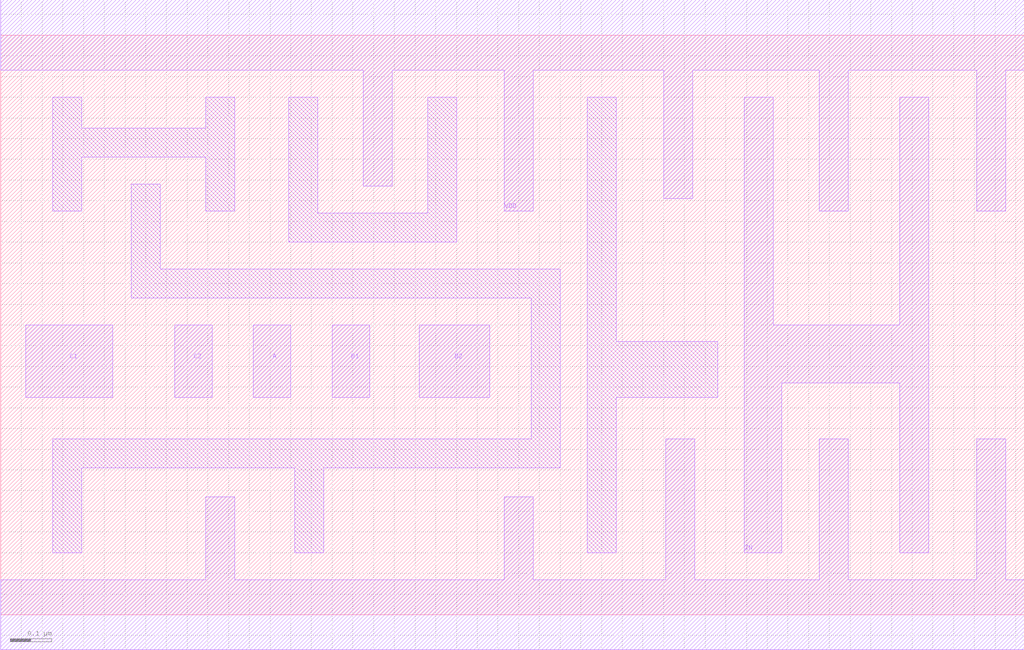
<source format=lef>
# 
# ******************************************************************************
# *                                                                            *
# *                   Copyright (C) 2004-2010, Nangate Inc.                    *
# *                           All rights reserved.                             *
# *                                                                            *
# * Nangate and the Nangate logo are trademarks of Nangate Inc.                *
# *                                                                            *
# * All trademarks, logos, software marks, and trade names (collectively the   *
# * "Marks") in this program are proprietary to Nangate or other respective    *
# * owners that have granted Nangate the right and license to use such Marks.  *
# * You are not permitted to use the Marks without the prior written consent   *
# * of Nangate or such third party that may own the Marks.                     *
# *                                                                            *
# * This file has been provided pursuant to a License Agreement containing     *
# * restrictions on its use. This file contains valuable trade secrets and     *
# * proprietary information of Nangate Inc., and is protected by U.S. and      *
# * international laws and/or treaties.                                        *
# *                                                                            *
# * The copyright notice(s) in this file does not indicate actual or intended  *
# * publication of this file.                                                  *
# *                                                                            *
# *     NGLibraryCreator, v2010.08-HR32-SP3-2010-08-05 - build 1009061800      *
# *                                                                            *
# ******************************************************************************
# 
# 
# Running on brazil06.nangate.com.br for user Giancarlo Franciscatto (gfr).
# Local time is now Fri, 3 Dec 2010, 19:32:18.
# Main process id is 27821.

VERSION 5.6 ;
BUSBITCHARS "[]" ;
DIVIDERCHAR "/" ;

MACRO AOI221_X4
  CLASS core ;
  FOREIGN AOI221_X4 0.0 0.0 ;
  ORIGIN 0 0 ;
  SYMMETRY X Y ;
  SITE FreePDK45_38x28_10R_NP_162NW_34O ;
  SIZE 2.47 BY 1.4 ;
  PIN A
    DIRECTION INPUT ;
    ANTENNAPARTIALMETALAREA 0.01575 LAYER metal1 ;
    ANTENNAPARTIALMETALSIDEAREA 0.0689 LAYER metal1 ;
    ANTENNAGATEAREA 0.05225 ;
    PORT
      LAYER metal1 ;
        POLYGON 0.61 0.525 0.7 0.525 0.7 0.7 0.61 0.7  ;
    END
  END A
  PIN B1
    DIRECTION INPUT ;
    ANTENNAPARTIALMETALAREA 0.01575 LAYER metal1 ;
    ANTENNAPARTIALMETALSIDEAREA 0.0689 LAYER metal1 ;
    ANTENNAGATEAREA 0.05225 ;
    PORT
      LAYER metal1 ;
        POLYGON 0.8 0.525 0.89 0.525 0.89 0.7 0.8 0.7  ;
    END
  END B1
  PIN B2
    DIRECTION INPUT ;
    ANTENNAPARTIALMETALAREA 0.02975 LAYER metal1 ;
    ANTENNAPARTIALMETALSIDEAREA 0.0897 LAYER metal1 ;
    ANTENNAGATEAREA 0.05225 ;
    PORT
      LAYER metal1 ;
        POLYGON 1.01 0.525 1.18 0.525 1.18 0.7 1.01 0.7  ;
    END
  END B2
  PIN C1
    DIRECTION INPUT ;
    ANTENNAPARTIALMETALAREA 0.03675 LAYER metal1 ;
    ANTENNAPARTIALMETALSIDEAREA 0.1001 LAYER metal1 ;
    ANTENNAGATEAREA 0.05225 ;
    PORT
      LAYER metal1 ;
        POLYGON 0.06 0.525 0.27 0.525 0.27 0.7 0.06 0.7  ;
    END
  END C1
  PIN C2
    DIRECTION INPUT ;
    ANTENNAPARTIALMETALAREA 0.01575 LAYER metal1 ;
    ANTENNAPARTIALMETALSIDEAREA 0.0689 LAYER metal1 ;
    ANTENNAGATEAREA 0.05225 ;
    PORT
      LAYER metal1 ;
        POLYGON 0.42 0.525 0.51 0.525 0.51 0.7 0.42 0.7  ;
    END
  END C2
  PIN ZN
    DIRECTION OUTPUT ;
    ANTENNAPARTIALMETALAREA 0.2049 LAYER metal1 ;
    ANTENNAPARTIALMETALSIDEAREA 0.6513 LAYER metal1 ;
    ANTENNADIFFAREA 0.2926 ;
    PORT
      LAYER metal1 ;
        POLYGON 1.795 0.15 1.885 0.15 1.885 0.56 2.17 0.56 2.17 0.15 2.24 0.15 2.24 1.25 2.17 1.25 2.17 0.7 1.865 0.7 1.865 1.25 1.795 1.25  ;
    END
  END ZN
  PIN VDD
    DIRECTION INOUT ;
    USE power ;
    SHAPE ABUTMENT ;
    PORT
      LAYER metal1 ;
        POLYGON 0 1.315 0.565 1.315 0.875 1.315 0.875 1.035 0.945 1.035 0.945 1.315 1.1 1.315 1.215 1.315 1.215 0.975 1.285 0.975 1.285 1.315 1.35 1.315 1.6 1.315 1.6 1.005 1.67 1.005 1.67 1.315 1.73 1.315 1.975 1.315 1.975 0.975 2.045 0.975 2.045 1.315 2.355 1.315 2.355 0.975 2.425 0.975 2.425 1.315 2.47 1.315 2.47 1.485 1.73 1.485 1.35 1.485 1.1 1.485 0.565 1.485 0 1.485  ;
    END
  END VDD
  PIN VSS
    DIRECTION INOUT ;
    USE ground ;
    SHAPE ABUTMENT ;
    PORT
      LAYER metal1 ;
        POLYGON 0 -0.085 2.47 -0.085 2.47 0.085 2.425 0.085 2.425 0.425 2.355 0.425 2.355 0.085 2.045 0.085 2.045 0.425 1.975 0.425 1.975 0.085 1.675 0.085 1.675 0.425 1.605 0.425 1.605 0.085 1.285 0.085 1.285 0.285 1.215 0.285 1.215 0.085 0.565 0.085 0.565 0.285 0.495 0.285 0.495 0.085 0 0.085  ;
    END
  END VSS
  OBS
      LAYER metal1 ;
        POLYGON 0.125 0.975 0.195 0.975 0.195 1.105 0.495 1.105 0.495 0.975 0.565 0.975 0.565 1.25 0.495 1.25 0.495 1.175 0.195 1.175 0.195 1.25 0.125 1.25  ;
        POLYGON 0.695 0.9 1.1 0.9 1.1 1.25 1.03 1.25 1.03 0.97 0.765 0.97 0.765 1.25 0.695 1.25  ;
        POLYGON 0.315 0.765 1.28 0.765 1.28 0.425 0.125 0.425 0.125 0.15 0.195 0.15 0.195 0.355 0.71 0.355 0.71 0.15 0.78 0.15 0.78 0.355 1.35 0.355 1.35 0.835 0.385 0.835 0.385 1.04 0.315 1.04  ;
        POLYGON 1.415 0.15 1.485 0.15 1.485 0.525 1.73 0.525 1.73 0.66 1.485 0.66 1.485 1.25 1.415 1.25  ;
  END
END AOI221_X4

END LIBRARY
#
# End of file
#

</source>
